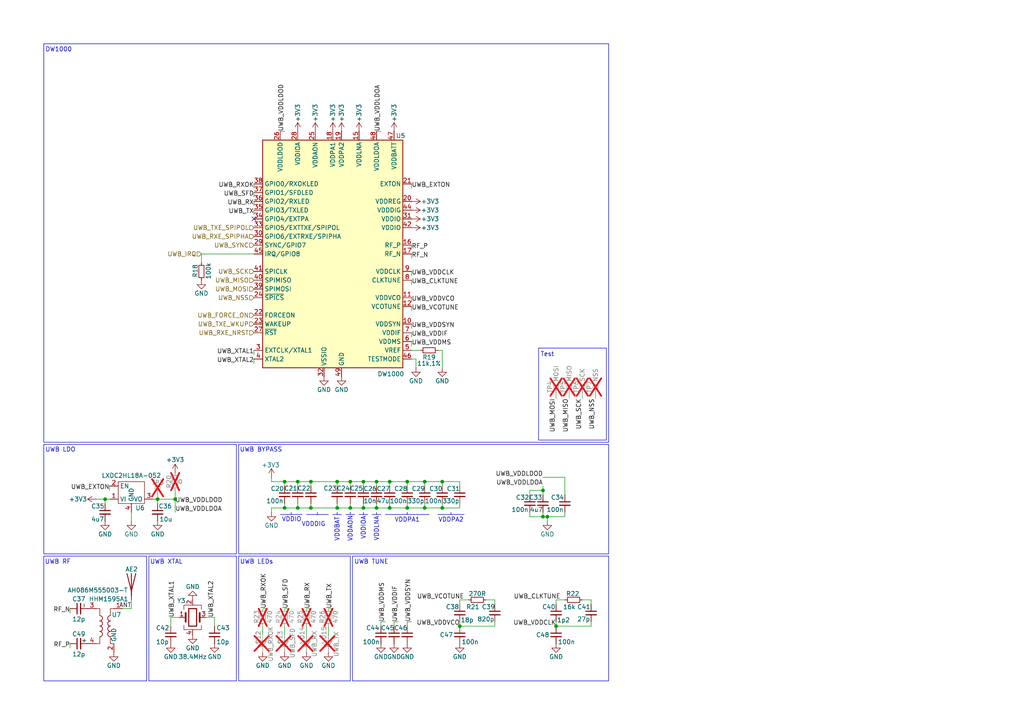
<source format=kicad_sch>
(kicad_sch (version 20231120) (generator "eeschema") (generator_version "8.0")
  (paper "A4")
  (lib_symbols
    (symbol "Connector:TestPoint" (pin_numbers hide) (pin_names (offset 0.762) hide)
      (property "Reference" "TP" (at 0 6.858 0))
      (property "Value" "TestPoint" (at 0 5.08 0))
      (symbol "TestPoint_0_1"
        (circle (center 0 3.302) (radius 0.762))
      )
      (symbol "TestPoint_1_1"
        (pin passive line (at 0 0 90) (length 2.54) (name "1") (number "1"))
      )
    )
    (symbol "Device:Antenna" (pin_numbers hide) (pin_names (offset 1.016) hide)
      (property "Reference" "AE" (at -1.905 1.905 0))
      (property "Value" "Antenna" (at -1.905 0 0))
      (symbol "Antenna_0_1"
        (polyline (pts (xy 0 2.54) (xy 0 -3.81)) (stroke (width 0.254)))
        (polyline (pts (xy 1.27 2.54) (xy 0 -2.54) (xy -1.27 2.54)) (stroke (width 0.254)))
      )
      (symbol "Antenna_1_1"
        (pin input line (at 0 -5.08 90) (length 2.54) (name "A") (number "1"))
      )
    )
    (symbol "Device:C_Small" (pin_numbers hide) (pin_names (offset 0.254) hide)
      (property "Reference" "C" (at 0.254 1.778 0))
      (property "Value" "C_Small" (at 0.254 -2.032 0))
      (symbol "C_Small_0_1"
        (polyline (pts (xy -1.524 -0.508) (xy 1.524 -0.508)) (stroke (width 0.3302)))
        (polyline (pts (xy -1.524 0.508) (xy 1.524 0.508)) (stroke (width 0.3048)))
      )
      (symbol "C_Small_1_1"
        (pin passive line (at 0 2.54 270) (length 2.032) (name "~") (number "1"))
        (pin passive line (at 0 -2.54 90) (length 2.032) (name "~") (number "2"))
      )
    )
    (symbol "Device:Crystal_GND24" (pin_names (offset 1.016) hide)
      (property "Reference" "Y" (at 3.175 5.08 0))
      (property "Value" "Crystal_GND24" (at 3.175 3.175 0))
      (symbol "Crystal_GND24_0_1"
        (rectangle (start -1.143 2.54) (end 1.143 -2.54) (stroke (width 0.3048)))
        (polyline (pts (xy -2.54 0) (xy -2.032 0)))
        (polyline (pts (xy -2.032 -1.27) (xy -2.032 1.27)) (stroke (width 0.508)))
        (polyline (pts (xy 0 -3.81) (xy 0 -3.556)))
        (polyline (pts (xy 0 3.556) (xy 0 3.81)))
        (polyline (pts (xy 2.032 -1.27) (xy 2.032 1.27)) (stroke (width 0.508)))
        (polyline (pts (xy 2.032 0) (xy 2.54 0)))
        (polyline (pts (xy -2.54 -2.286) (xy -2.54 -3.556) (xy 2.54 -3.556) (xy 2.54 -2.286)))
        (polyline (pts (xy -2.54 2.286) (xy -2.54 3.556) (xy 2.54 3.556) (xy 2.54 2.286)))
      )
      (symbol "Crystal_GND24_1_1"
        (pin passive line (at -3.81 0 0) (length 1.27) (name "1") (number "1"))
        (pin passive line (at 0 5.08 270) (length 1.27) (name "2") (number "2"))
        (pin passive line (at 3.81 0 180) (length 1.27) (name "3") (number "3"))
        (pin passive line (at 0 -5.08 90) (length 1.27) (name "4") (number "4"))
      )
    )
    (symbol "Device:LED_Small" (pin_numbers hide) (pin_names (offset 0.254) hide)
      (property "Reference" "D" (at -1.27 3.175 0))
      (property "Value" "LED_Small" (at -4.445 -2.54 0))
      (symbol "LED_Small_0_1"
        (polyline (pts (xy -0.762 -1.016) (xy -0.762 1.016)) (stroke (width 0.254)))
        (polyline (pts (xy 1.016 0) (xy -0.762 0)))
        (polyline (pts (xy 0.762 -1.016) (xy -0.762 0) (xy 0.762 1.016) (xy 0.762 -1.016)) (stroke (width 0.254)))
        (polyline (pts (xy 0 0.762) (xy -0.508 1.27) (xy -0.254 1.27) (xy -0.508 1.27) (xy -0.508 1.016)))
        (polyline (pts (xy 0.508 1.27) (xy 0 1.778) (xy 0.254 1.778) (xy 0 1.778) (xy 0 1.524)))
      )
      (symbol "LED_Small_1_1"
        (pin passive line (at -2.54 0 0) (length 1.778) (name "K") (number "1"))
        (pin passive line (at 2.54 0 180) (length 1.778) (name "A") (number "2"))
      )
    )
    (symbol "Device:R_Small" (pin_numbers hide) (pin_names (offset 0.254) hide)
      (property "Reference" "R" (at 0.762 0.508 0))
      (property "Value" "R_Small" (at 0.762 -1.016 0))
      (symbol "R_Small_0_1"
        (rectangle (start -0.762 1.778) (end 0.762 -1.778) (stroke (width 0.2032)))
      )
      (symbol "R_Small_1_1"
        (pin passive line (at 0 2.54 270) (length 0.762) (name "~") (number "1"))
        (pin passive line (at 0 -2.54 90) (length 0.762) (name "~") (number "2"))
      )
    )
    (symbol "Marijn:HHM1595A1"
      (property "Reference" "U" (at 3.048 3.556 0))
      (property "Value" "HHM1595A1" (at 0 7.62 0))
      (symbol "HHM1595A1_1_1"
        (arc (start -1.524 -3.048) (mid -0.7653 -2.286) (end -1.524 -1.524) (stroke (width 0.2032)))
        (arc (start -1.524 -1.524) (mid -0.7653 -0.762) (end -1.524 0) (stroke (width 0.2032)))
        (arc (start -1.524 0) (mid -0.7653 0.762) (end -1.524 1.524) (stroke (width 0.2032)))
        (arc (start -1.524 1.524) (mid -0.7653 2.286) (end -1.524 3.048) (stroke (width 0.2032)))
        (polyline (pts (xy -2.54 5.08) (xy -1.524 5.08) (xy -1.524 3.048)) (stroke (width 0.1524)))
        (polyline (pts (xy -1.524 -3.048) (xy -1.524 -5.08) (xy -2.54 -5.08)) (stroke (width 0.1524)))
        (polyline (pts (xy 1.524 3.048) (xy 1.524 5.08) (xy 2.54 5.08)) (stroke (width 0.1524)))
        (polyline (pts (xy 2.54 -5.08) (xy 1.524 -5.08) (xy 1.524 -3.048)) (stroke (width 0.1524)))
        (arc (start 1.524 -1.524) (mid 0.7653 -2.286) (end 1.524 -3.048) (stroke (width 0.2032)))
        (arc (start 1.524 0) (mid 0.7653 -0.762) (end 1.524 -1.524) (stroke (width 0.2032)))
        (arc (start 1.524 1.524) (mid 0.7653 0.762) (end 1.524 0) (stroke (width 0.2032)))
        (arc (start 1.524 3.048) (mid 0.7653 2.286) (end 1.524 1.524) (stroke (width 0.2032)))
        (pin passive line (at 5.08 5.08 180) (length 2.54) (name "~") (number "1"))
        (pin power_in line (at 2.54 -7.62 90) (length 2.54) (name "GND") (number "2"))
        (pin passive line (at -5.08 5.08 0) (length 2.54) (name "~") (number "3"))
        (pin passive line (at -5.08 -5.08 0) (length 2.54) (name "~") (number "4"))
        (pin power_in line (at 2.54 -7.62 90) (length 2.54) hide (name "GND") (number "5"))
        (pin no_connect line (at 3.81 0 180) (length 2.54) hide (name "NC") (number "6"))
      )
    )
    (symbol "Marijn:LXDC2HL18A-052"
      (property "Reference" "U" (at 2.794 4.064 0))
      (property "Value" "LXDC2HL18A-052" (at 0 0 0))
      (symbol "LXDC2HL18A-052_0_1"
        (rectangle (start -3.81 2.54) (end 3.81 -3.81))
      )
      (symbol "LXDC2HL18A-052_1_1"
        (pin power_in line (at -6.35 -2.54 0) (length 2.54) (name "VI") (number "1"))
        (pin input line (at -6.35 1.27 0) (length 2.54) (name "EN") (number "2"))
        (pin power_out line (at 6.35 -2.54 180) (length 2.54) (name "VO") (number "3"))
        (pin power_in line (at 0 -6.35 90) (length 2.54) (name "GND") (number "4"))
      )
    )
    (symbol "RF:DW1000"
      (property "Reference" "U" (at -20.32 34.29 0))
      (property "Value" "DW1000" (at 16.51 -34.29 0))
      (symbol "DW1000_0_1"
        (rectangle (start -20.32 33.02) (end 20.32 -33.02) (stroke (width 0.254)) (fill (type background)))
      )
      (symbol "DW1000_1_1"
        (pin no_connect line (at 0 -7.62 0) (length 2.54) hide (name "NC") (number "1"))
        (pin power_out line (at 22.86 -20.32 180) (length 2.54) (name "VDDSYN") (number "10"))
        (pin power_out line (at 22.86 -12.7 180) (length 2.54) (name "VDDVCO") (number "11"))
        (pin bidirectional line (at 22.86 -15.24 180) (length 2.54) (name "VCOTUNE") (number "12"))
        (pin no_connect line (at 0 -12.7 0) (length 2.54) hide (name "NC") (number "13"))
        (pin no_connect line (at 0 -15.24 0) (length 2.54) hide (name "NC") (number "14"))
        (pin power_in line (at 7.62 35.56 270) (length 2.54) (name "VDDLNA") (number "15"))
        (pin bidirectional line (at 22.86 2.54 180) (length 2.54) (name "RF_P") (number "16"))
        (pin bidirectional line (at 22.86 0 180) (length 2.54) (name "RF_N") (number "17"))
        (pin power_in line (at 0 35.56 270) (length 2.54) (name "VDDPA1") (number "18"))
        (pin power_in line (at 2.54 35.56 270) (length 2.54) (name "VDDPA2") (number "19"))
        (pin no_connect line (at 0 -10.16 0) (length 2.54) hide (name "NC") (number "2"))
        (pin power_out line (at 22.86 15.24 180) (length 2.54) (name "VDDREG") (number "20"))
        (pin output line (at 22.86 20.32 180) (length 2.54) (name "EXTON") (number "21"))
        (pin input line (at -22.86 -17.78 0) (length 2.54) (name "FORCEON") (number "22"))
        (pin input line (at -22.86 -20.32 0) (length 2.54) (name "WAKEUP") (number "23"))
        (pin input line (at -22.86 -12.7 0) (length 2.54) (name "~{SPICS}") (number "24"))
        (pin power_in line (at -5.08 35.56 270) (length 2.54) (name "VDDAON") (number "25"))
        (pin power_in line (at -15.24 35.56 270) (length 2.54) (name "VDDLDOD") (number "26"))
        (pin bidirectional line (at -22.86 -22.86 0) (length 2.54) (name "~{RST}") (number "27"))
        (pin power_in line (at -10.16 35.56 270) (length 2.54) (name "VDDIOA") (number "28"))
        (pin bidirectional line (at -22.86 2.54 0) (length 2.54) (name "SYNC/GPIO7") (number "29"))
        (pin input line (at -22.86 -27.94 0) (length 2.54) (name "EXTCLK/XTAL1") (number "3"))
        (pin bidirectional line (at -22.86 5.08 0) (length 2.54) (name "GPIO6/EXTRXE/SPIPHA") (number "30"))
        (pin power_out line (at 22.86 10.16 180) (length 2.54) (name "VDDIO") (number "31"))
        (pin power_in line (at -2.54 -35.56 90) (length 2.54) (name "VSSIO") (number "32"))
        (pin bidirectional line (at -22.86 7.62 0) (length 2.54) (name "GPIO5/EXTTXE/SPIPOL") (number "33"))
        (pin bidirectional line (at -22.86 10.16 0) (length 2.54) (name "GPIO4/EXTPA") (number "34"))
        (pin bidirectional line (at -22.86 12.7 0) (length 2.54) (name "GPIO3/TXLED") (number "35"))
        (pin bidirectional line (at -22.86 15.24 0) (length 2.54) (name "GPIO2/RXLED") (number "36"))
        (pin bidirectional line (at -22.86 17.78 0) (length 2.54) (name "GPIO1/SFDLED") (number "37"))
        (pin bidirectional line (at -22.86 20.32 0) (length 2.54) (name "GPIO0/RXOKLED") (number "38"))
        (pin input line (at -22.86 -10.16 0) (length 2.54) (name "SPIMOSI") (number "39"))
        (pin input line (at -22.86 -30.48 0) (length 2.54) (name "XTAL2") (number "4"))
        (pin output line (at -22.86 -7.62 0) (length 2.54) (name "SPIMISO") (number "40"))
        (pin input line (at -22.86 -5.08 0) (length 2.54) (name "SPICLK") (number "41"))
        (pin power_out line (at 22.86 7.62 180) (length 2.54) (name "VDDIO") (number "42"))
        (pin passive line (at -2.54 -35.56 90) (length 2.54) hide (name "VSSIO") (number "43"))
        (pin power_out line (at 22.86 12.7 180) (length 2.54) (name "VDDDIG") (number "44"))
        (pin bidirectional line (at -22.86 0 0) (length 2.54) (name "IRQ/GPIO8") (number "45"))
        (pin input line (at 22.86 -30.48 180) (length 2.54) (name "TESTMODE") (number "46"))
        (pin power_in line (at 17.78 35.56 270) (length 2.54) (name "VDDBATT") (number "47"))
        (pin power_in line (at 12.7 35.56 270) (length 2.54) (name "VDDLDOA") (number "48"))
        (pin power_in line (at 2.54 -35.56 90) (length 2.54) (name "GND") (number "49"))
        (pin bidirectional line (at 22.86 -27.94 180) (length 2.54) (name "VREF") (number "5"))
        (pin power_out line (at 22.86 -25.4 180) (length 2.54) (name "VDDMS") (number "6"))
        (pin power_out line (at 22.86 -22.86 180) (length 2.54) (name "VDDIF") (number "7"))
        (pin bidirectional line (at 22.86 -7.62 180) (length 2.54) (name "CLKTUNE") (number "8"))
        (pin power_out line (at 22.86 -5.08 180) (length 2.54) (name "VDDCLK") (number "9"))
      )
    )
    (symbol "power:+3V3" (power) (pin_numbers hide) (pin_names (offset 0) hide)
      (property "Value" "+3V3" (at 0 3.556 0))
      (symbol "+3V3_0_1"
        (polyline (pts (xy -0.762 1.27) (xy 0 2.54)))
        (polyline (pts (xy 0 0) (xy 0 2.54)))
        (polyline (pts (xy 0 2.54) (xy 0.762 1.27)))
      )
      (symbol "+3V3_1_1"
        (pin power_in line (at 0 0 90) (length 0) (name "~") (number "1"))
      )
    )
    (symbol "power:GND" (power) (pin_numbers hide) (pin_names (offset 0) hide)
      (property "Value" "GND" (at 0 -3.81 0))
      (symbol "GND_0_1"
        (polyline (pts (xy 0 0) (xy 0 -1.27) (xy 1.27 -1.27) (xy 0 -2.54) (xy -1.27 -1.27) (xy 0 -1.27)))
      )
      (symbol "GND_1_1"
        (pin power_in line (at 0 0 270) (length 0) (name "~") (number "1"))
      )
    )
  )
  (junction (at 101.6 139.7))
  (junction (at 97.79 147.32))
  (junction (at 123.19 139.7))
  (junction (at 50.8 144.78))
  (junction (at 97.79 139.7))
  (junction (at 82.55 147.32))
  (junction (at 105.41 147.32))
  (junction (at 105.41 139.7))
  (junction (at 113.03 139.7))
  (junction (at 101.6 147.32))
  (junction (at 118.11 147.32))
  (junction (at 45.72 144.78))
  (junction (at 30.48 144.78))
  (junction (at 158.75 149.86))
  (junction (at 133.35 181.61))
  (junction (at 90.17 139.7))
  (junction (at 113.03 147.32))
  (junction (at 90.17 147.32))
  (junction (at 86.36 139.7))
  (junction (at 86.36 147.32))
  (junction (at 128.27 139.7))
  (junction (at 109.22 139.7))
  (junction (at 128.27 147.32))
  (junction (at 109.22 147.32))
  (junction (at 157.48 142.24))
  (junction (at 161.29 181.61))
  (junction (at 157.48 149.86))
  (junction (at 123.19 147.32))
  (junction (at 118.11 139.7))
  (junction (at 82.55 139.7))
  (no_connect (at 73.66 63.5))
  (wire (pts (xy 30.48 146.05) (xy 30.48 144.78)))
  (wire (pts (xy 115.57 180.34) (xy 114.3 180.34)))
  (wire (pts (xy 123.19 147.32) (xy 128.27 147.32)))
  (polyline (pts (xy 84.455 148.59) (xy 84.455 149.225)))
  (polyline (pts (xy 100.33 149.225) (xy 102.87 149.225)))
  (wire (pts (xy 90.17 140.97) (xy 90.17 139.7)))
  (wire (pts (xy 168.91 173.99) (xy 171.45 173.99)))
  (wire (pts (xy 157.48 142.24) (xy 153.67 142.24)))
  (polyline (pts (xy 118.11 148.59) (xy 118.11 149.225)))
  (wire (pts (xy 158.75 149.86) (xy 163.83 149.86)))
  (wire (pts (xy 31.75 140.97) (xy 31.75 142.24)))
  (wire (pts (xy 161.29 180.34) (xy 161.29 181.61)))
  (wire (pts (xy 90.17 147.32) (xy 90.17 146.05)))
  (wire (pts (xy 58.42 73.66) (xy 58.42 76.2)))
  (polyline (pts (xy 101.6 148.59) (xy 101.6 149.225)))
  (polyline (pts (xy 105.41 148.59) (xy 105.41 149.225)))
  (wire (pts (xy 143.51 173.99) (xy 143.51 175.26)))
  (wire (pts (xy 49.53 179.07) (xy 49.53 181.61)))
  (wire (pts (xy 50.8 144.78) (xy 50.8 148.59)))
  (wire (pts (xy 97.79 139.7) (xy 97.79 140.97)))
  (wire (pts (xy 128.27 147.32) (xy 133.35 147.32)))
  (wire (pts (xy 38.1 151.13) (xy 38.1 148.59)))
  (wire (pts (xy 50.8 142.24) (xy 50.8 144.78)))
  (wire (pts (xy 119.38 95.25) (xy 119.38 93.98)))
  (wire (pts (xy 110.49 38.1) (xy 109.22 38.1)))
  (wire (pts (xy 118.11 180.34) (xy 118.11 181.61)))
  (wire (pts (xy 101.6 139.7) (xy 101.6 140.97)))
  (wire (pts (xy 90.17 176.53) (xy 88.9 176.53)))
  (wire (pts (xy 27.94 144.78) (xy 30.48 144.78)))
  (wire (pts (xy 163.83 138.43) (xy 163.83 143.51)))
  (wire (pts (xy 101.6 147.32) (xy 101.6 146.05)))
  (wire (pts (xy 59.69 179.07) (xy 62.23 179.07)))
  (wire (pts (xy 140.97 173.99) (xy 143.51 173.99)))
  (wire (pts (xy 119.38 72.39) (xy 119.38 71.12)))
  (wire (pts (xy 97.79 146.05) (xy 97.79 147.32)))
  (wire (pts (xy 119.38 100.33) (xy 119.38 99.06)))
  (wire (pts (xy 128.27 139.7) (xy 128.27 140.97)))
  (wire (pts (xy 86.36 147.32) (xy 90.17 147.32)))
  (polyline (pts (xy 130.81 148.59) (xy 130.81 149.225)))
  (wire (pts (xy 133.35 147.32) (xy 133.35 146.05)))
  (wire (pts (xy 118.11 147.32) (xy 118.11 146.05)))
  (wire (pts (xy 86.36 140.97) (xy 86.36 139.7)))
  (wire (pts (xy 73.66 105.41) (xy 73.66 104.14)))
  (wire (pts (xy 73.66 54.61) (xy 73.66 53.34)))
  (wire (pts (xy 109.22 140.97) (xy 109.22 139.7)))
  (wire (pts (xy 105.41 147.32) (xy 109.22 147.32)))
  (polyline (pts (xy 104.14 149.225) (xy 106.68 149.225)))
  (wire (pts (xy 113.03 139.7) (xy 113.03 140.97)))
  (wire (pts (xy 86.36 139.7) (xy 82.55 139.7)))
  (wire (pts (xy 73.66 73.66) (xy 58.42 73.66)))
  (wire (pts (xy 113.03 146.05) (xy 113.03 147.32)))
  (wire (pts (xy 123.19 147.32) (xy 123.19 146.05)))
  (wire (pts (xy 113.03 147.32) (xy 118.11 147.32)))
  (wire (pts (xy 153.67 148.59) (xy 153.67 149.86)))
  (wire (pts (xy 128.27 147.32) (xy 128.27 146.05)))
  (wire (pts (xy 86.36 146.05) (xy 86.36 147.32)))
  (polyline (pts (xy 96.52 149.225) (xy 99.06 149.225)))
  (wire (pts (xy 113.03 147.32) (xy 109.22 147.32)))
  (wire (pts (xy 113.03 139.7) (xy 109.22 139.7)))
  (wire (pts (xy 78.74 147.32) (xy 78.74 148.59)))
  (wire (pts (xy 161.29 173.99) (xy 161.29 175.26)))
  (polyline (pts (xy 127 149.225) (xy 134.62 149.225)))
  (wire (pts (xy 105.41 139.7) (xy 109.22 139.7)))
  (wire (pts (xy 90.17 139.7) (xy 97.79 139.7)))
  (wire (pts (xy 143.51 180.34) (xy 143.51 181.61)))
  (wire (pts (xy 82.55 38.1) (xy 81.28 38.1)))
  (wire (pts (xy 133.35 181.61) (xy 143.51 181.61)))
  (wire (pts (xy 86.36 147.32) (xy 82.55 147.32)))
  (wire (pts (xy 82.55 181.61) (xy 82.55 184.15)))
  (wire (pts (xy 133.35 173.99) (xy 133.35 175.26)))
  (wire (pts (xy 123.19 139.7) (xy 118.11 139.7)))
  (wire (pts (xy 133.35 180.34) (xy 133.35 181.61)))
  (wire (pts (xy 123.19 139.7) (xy 128.27 139.7)))
  (polyline (pts (xy 107.95 149.225) (xy 110.49 149.225)))
  (wire (pts (xy 20.32 177.8) (xy 20.32 176.53)))
  (wire (pts (xy 118.11 139.7) (xy 118.11 140.97)))
  (wire (pts (xy 171.45 180.34) (xy 171.45 181.61)))
  (wire (pts (xy 95.25 181.61) (xy 95.25 184.15)))
  (wire (pts (xy 73.66 57.15) (xy 73.66 55.88)))
  (wire (pts (xy 30.48 144.78) (xy 31.75 144.78)))
  (polyline (pts (xy 111.76 149.225) (xy 124.46 149.225)))
  (wire (pts (xy 101.6 147.32) (xy 105.41 147.32)))
  (wire (pts (xy 77.47 176.53) (xy 76.2 176.53)))
  (wire (pts (xy 119.38 101.6) (xy 121.92 101.6)))
  (wire (pts (xy 96.52 176.53) (xy 95.25 176.53)))
  (wire (pts (xy 97.79 139.7) (xy 101.6 139.7)))
  (wire (pts (xy 45.72 144.78) (xy 50.8 144.78)))
  (wire (pts (xy 73.66 102.87) (xy 73.66 101.6)))
  (wire (pts (xy 62.23 179.07) (xy 62.23 181.61)))
  (polyline (pts (xy 97.79 148.59) (xy 97.79 149.225)))
  (wire (pts (xy 78.74 147.32) (xy 82.55 147.32)))
  (wire (pts (xy 153.67 142.24) (xy 153.67 143.51)))
  (wire (pts (xy 45.72 144.78) (xy 44.45 144.78)))
  (wire (pts (xy 163.83 149.86) (xy 163.83 148.59)))
  (wire (pts (xy 158.75 151.13) (xy 158.75 149.86)))
  (wire (pts (xy 119.38 80.01) (xy 119.38 78.74)))
  (wire (pts (xy 111.76 180.34) (xy 110.49 180.34)))
  (wire (pts (xy 119.38 74.93) (xy 119.38 73.66)))
  (wire (pts (xy 118.11 139.7) (xy 113.03 139.7)))
  (wire (pts (xy 118.11 147.32) (xy 123.19 147.32)))
  (wire (pts (xy 109.22 147.32) (xy 109.22 146.05)))
  (wire (pts (xy 78.74 139.7) (xy 82.55 139.7)))
  (wire (pts (xy 105.41 139.7) (xy 101.6 139.7)))
  (polyline (pts (xy 92.075 148.59) (xy 92.075 149.225)))
  (wire (pts (xy 82.55 139.7) (xy 82.55 140.97)))
  (polyline (pts (xy 81.28 149.225) (xy 87.63 149.225)))
  (wire (pts (xy 35.56 176.53) (xy 38.1 176.53)))
  (wire (pts (xy 119.38 87.63) (xy 119.38 86.36)))
  (wire (pts (xy 157.48 149.86) (xy 157.48 148.59)))
  (wire (pts (xy 161.29 173.99) (xy 163.83 173.99)))
  (wire (pts (xy 38.1 176.53) (xy 38.1 173.99)))
  (wire (pts (xy 127 101.6) (xy 128.27 101.6)))
  (wire (pts (xy 90.17 147.32) (xy 97.79 147.32)))
  (wire (pts (xy 157.48 138.43) (xy 163.83 138.43)))
  (wire (pts (xy 88.9 181.61) (xy 88.9 184.15)))
  (wire (pts (xy 157.48 149.86) (xy 158.75 149.86)))
  (wire (pts (xy 119.38 54.61) (xy 119.38 53.34)))
  (wire (pts (xy 97.79 147.32) (xy 101.6 147.32)))
  (wire (pts (xy 105.41 146.05) (xy 105.41 147.32)))
  (wire (pts (xy 83.82 176.53) (xy 82.55 176.53)))
  (wire (pts (xy 119.38 82.55) (xy 119.38 81.28)))
  (wire (pts (xy 110.49 180.34) (xy 110.49 181.61)))
  (wire (pts (xy 119.38 97.79) (xy 119.38 96.52)))
  (wire (pts (xy 105.41 140.97) (xy 105.41 139.7)))
  (wire (pts (xy 133.35 173.99) (xy 135.89 173.99)))
  (wire (pts (xy 119.38 104.14) (xy 120.65 104.14)))
  (wire (pts (xy 120.65 104.14) (xy 120.65 106.68)))
  (wire (pts (xy 123.19 139.7) (xy 123.19 140.97)))
  (wire (pts (xy 128.27 139.7) (xy 133.35 139.7)))
  (wire (pts (xy 119.38 90.17) (xy 119.38 88.9)))
  (wire (pts (xy 128.27 101.6) (xy 128.27 106.68)))
  (wire (pts (xy 153.67 149.86) (xy 157.48 149.86)))
  (wire (pts (xy 133.35 139.7) (xy 133.35 140.97)))
  (wire (pts (xy 90.17 139.7) (xy 86.36 139.7)))
  (polyline (pts (xy 88.9 149.225) (xy 95.25 149.225)))
  (wire (pts (xy 73.66 62.23) (xy 73.66 60.96)))
  (wire (pts (xy 20.32 187.96) (xy 20.32 186.69)))
  (wire (pts (xy 78.74 138.43) (xy 78.74 139.7)))
  (wire (pts (xy 49.53 179.07) (xy 52.07 179.07)))
  (wire (pts (xy 114.3 180.34) (xy 114.3 181.61)))
  (wire (pts (xy 82.55 146.05) (xy 82.55 147.32)))
  (wire (pts (xy 73.66 59.69) (xy 73.66 58.42)))
  (wire (pts (xy 171.45 173.99) (xy 171.45 175.26)))
  (wire (pts (xy 45.72 146.05) (xy 45.72 144.78)))
  (wire (pts (xy 157.48 140.97) (xy 157.48 142.24)))
  (wire (pts (xy 157.48 142.24) (xy 157.48 143.51)))
  (wire (pts (xy 119.38 180.34) (xy 118.11 180.34)))
  (polyline (pts (xy 109.22 148.59) (xy 109.22 149.225)))
  (wire (pts (xy 76.2 181.61) (xy 76.2 184.15)))
  (wire (pts (xy 161.29 181.61) (xy 171.45 181.61)))
  (rectangle (start 12.7 161.29) (end 42.545 197.485))
  (rectangle (start 102.235 161.29) (end 176.53 197.485))
  (rectangle (start 43.18 161.29) (end 68.58 197.485))
  (rectangle (start 69.215 161.29) (end 101.6 197.485))
  (rectangle (start 12.7 128.905) (end 68.58 160.655))
  (rectangle (start 69.215 128.905) (end 176.53 160.655))
  (rectangle (start 12.7 12.7) (end 176.53 128.27))
  (rectangle (start 156.21 100.965) (end 175.895 127.635))
  (text "VDDIO" (at 84.582 150.749 0) (effects (font (size 1.27 1.27))))
  (text "VDDBAT" (at 97.79 153.543 90) (effects (font (size 1.27 1.27))))
  (text "VDDDIG" (at 90.932 152.146 0) (effects (font (size 1.27 1.27))))
  (text "DW1000" (at 17.018 14.478 0) (effects (font (size 1.27 1.27))))
  (text "VDDLNA" (at 109.22 153.416 90) (effects (font (size 1.27 1.27))))
  (text "UWB RF" (at 16.764 163.068 0) (effects (font (size 1.27 1.27))))
  (text "UWB TUNE" (at 107.696 163.068 0) (effects (font (size 1.27 1.27))))
  (text "UWB XTAL" (at 48.26 163.068 0) (effects (font (size 1.27 1.27))))
  (text "UWB LDO" (at 17.526 130.556 0) (effects (font (size 1.27 1.27))))
  (text "UWB BYPASS" (at 75.692 130.556 0) (effects (font (size 1.27 1.27))))
  (text "VDDAON" (at 101.6 153.416 90) (effects (font (size 1.27 1.27))))
  (text "VDDIOA" (at 105.41 153.162 90) (effects (font (size 1.27 1.27))))
  (text "Test" (at 158.75 102.87 0) (effects (font (size 1.27 1.27))))
  (text "VDDPA2\n" (at 130.81 150.876 0) (effects (font (size 1.27 1.27))))
  (text "VDDPA1" (at 118.11 150.876 0) (effects (font (size 1.27 1.27))))
  (text "UWB LEDs" (at 74.422 163.068 0) (effects (font (size 1.27 1.27))))
  (label "UWB_VDDMS" (at 119.38 100.33 0))
  (label "UWB_RXOK" (at 77.47 176.53 90))
  (label "UWB_VDDLDOD" (at 50.8 146.05 0))
  (label "UWB_CLKTUNE" (at 162.56 173.99 180))
  (label "UWB_CLKTUNE" (at 119.38 82.55 0))
  (label "UWB_VDDLDOA" (at 50.8 148.59 0))
  (label "UWB_VDDCLK" (at 161.29 181.61 180))
  (label "-" (at 25.4 176.53 90))
  (label "ANT" (at 38.1 176.53 180))
  (label "UWB_TX" (at 73.66 62.23 180))
  (label "UWB_VDDLDOD" (at 82.55 38.1 90))
  (label "UWB_RX" (at 73.66 59.69 180))
  (label "UWB_VDDMS" (at 111.76 180.34 90))
  (label "UWB_VDDIF" (at 115.57 180.34 90))
  (label "UWB_EXTON" (at 119.38 54.61 0))
  (label "UWB_RXOK" (at 73.66 54.61 180))
  (label "UWB_VDDVCO" (at 133.35 181.61 180))
  (label "UWB_SFD" (at 73.66 57.15 180))
  (label "RF_P" (at 20.32 187.96 180))
  (label "UWB_VDDLDOA" (at 110.49 38.1 90))
  (label "UWB_MOSI" (at 161.29 115.57 270))
  (label "UWB_EXTON" (at 31.75 142.24 180))
  (label "UWB_VCOTUNE" (at 119.38 90.17 0))
  (label "UWB_VCOTUNE" (at 134.62 173.99 180))
  (label "UWB_VDDLDOD" (at 157.48 138.43 180))
  (label "UWB_VDDCLK" (at 119.38 80.01 0))
  (label "RF_N" (at 119.38 74.93 0))
  (label "UWB_VDDVCO" (at 119.38 87.63 0))
  (label "UWB_NSS" (at 172.72 115.57 270))
  (label "+" (at 25.4 186.69 90))
  (label "UWB_XTAL1" (at 50.8 179.07 90))
  (label "UWB_SFD" (at 83.82 176.53 90))
  (label "RF_P" (at 119.38 72.39 0))
  (label "UWB_VDDIF" (at 119.38 97.79 0))
  (label "UWB_XTAL2" (at 73.66 105.41 180))
  (label "UWB_XTAL1" (at 73.66 102.87 180))
  (label "UWB_MISO" (at 165.1 115.57 270))
  (label "UWB_RX" (at 90.17 176.53 90))
  (label "UWB_SCK" (at 168.91 115.57 270))
  (label "UWB_VDDSYN" (at 119.38 95.25 0))
  (label "UWB_VDDSYN" (at 119.38 180.34 90))
  (label "UWB_TX" (at 96.52 176.53 90))
  (label "UWB_XTAL2" (at 62.23 179.07 90))
  (label "RF_N" (at 20.32 177.8 180))
  (label "UWB_VDDLDOA" (at 157.48 140.97 180))
  (hierarchical_label "UWB_MISO" (shape input) (at 73.66 81.28 180))
  (hierarchical_label "UWB_FORCE_ON" (shape input) (at 73.66 91.44 180))
  (hierarchical_label "UWB_TXE_WKUP" (shape input) (at 73.66 93.98 180))
  (hierarchical_label "UWB_NSS" (shape input) (at 73.66 86.36 180))
  (hierarchical_label "UWB_MOSI" (shape input) (at 73.66 83.82 180))
  (hierarchical_label "UWB_IRQ" (shape input) (at 58.42 73.66 180))
  (hierarchical_label "UWB_TXE_SPIPOL" (shape input) (at 73.66 66.04 180))
  (hierarchical_label "UWB_SYNC" (shape input) (at 73.66 71.12 180))
  (hierarchical_label "UWB_RXE_NRST" (shape input) (at 73.66 96.52 180))
  (hierarchical_label "UWB_RXE_SPIPHA" (shape input) (at 73.66 68.58 180))
  (hierarchical_label "UWB_SCK" (shape input) (at 73.66 78.74 180))
  (symbol (lib_id "Connector:TestPoint") (at 172.72 115.57 0) (unit 1) (dnp yes)
    (property "Reference" "TP7" (at 170.942 114.046 90) (effects (justify left)))
    (property "Value" "NSS" (at 172.72 110.744 90) (effects (justify left)))
    (property "Footprint" "TestPoint:TestPoint_Keystone_5000-5004_Miniature" (effects (hide yes)))
    (property "Description" "test point" (effects (hide yes)))
  )
  (symbol (lib_id "Device:C_Small") (at 110.49 184.15 0) (unit 1)
    (property "Reference" "C44" (at 106.172 182.118 0) (effects (justify left)))
    (property "Value" "100n" (at 105.156 186.182 0) (effects (justify left)))
    (property "Footprint" "Capacitor_SMD:C_0603_1608Metric" (effects (hide yes)))
    (property "Description" "Unpolarized capacitor, small symbol" (effects (hide yes)))
    (property "LCSC" "C1547" (effects (hide yes)))
    (property "mouser" "80-C0603C104M4RAUTO" (effects (hide yes)))
  )
  (symbol (lib_id "Device:C_Small") (at 49.53 184.15 0) (unit 1)
    (property "Reference" "C42" (at 45.212 182.118 0) (effects (justify left)))
    (property "Value" "10p" (at 45.212 186.182 0) (effects (justify left)))
    (property "Footprint" "Capacitor_SMD:C_0603_1608Metric" (effects (hide yes)))
    (property "Description" "Unpolarized capacitor, small symbol" (effects (hide yes)))
    (property "LCSC" "C1547" (effects (hide yes)))
    (property "mouser" " 80-C0603C100K5HACTU" (effects (hide yes)))
  )
  (symbol (lib_id "Device:C_Small") (at 143.51 177.8 0) (unit 1)
    (property "Reference" "C39" (at 139.7 176.022 0) (effects (justify left)))
    (property "Value" "820p" (at 138.43 179.578 0) (effects (justify left)))
    (property "Footprint" "Capacitor_SMD:C_0603_1608Metric" (effects (hide yes)))
    (property "Description" "Unpolarized capacitor, small symbol" (effects (hide yes)))
    (property "LCSC" "C1547" (effects (hide yes)))
    (property "mouser" "80-C0603C821K5RAC" (effects (hide yes)))
  )
  (symbol (lib_id "power:GND") (at 88.9 189.23 0) (unit 1)
    (property "Reference" "#PWR079" (effects (hide yes)))
    (property "Value" "GND" (at 88.9 193.04 0))
    (property "Description" "Power symbol creates a global label with name \"GND\" , ground" (effects (hide yes)))
  )
  (symbol (lib_id "power:+3V3") (at 114.3 38.1 0) (unit 1)
    (property "Reference" "#PWR049" (effects (hide yes)))
    (property "Value" "+3V3" (at 114.3 32.766 90))
    (property "Description" "Power symbol creates a global label with name \"+3V3\"" (effects (hide yes)))
  )
  (symbol (lib_id "Device:R_Small") (at 82.55 179.07 0) (unit 1) (dnp yes)
    (property "Reference" "R24" (at 80.772 180.848 90) (effects (justify left)))
    (property "Value" "470" (at 84.582 180.848 90) (effects (justify left)))
    (property "Footprint" "Resistor_SMD:R_0603_1608Metric" (effects (hide yes)))
    (property "Description" "Resistor, small symbol" (effects (hide yes)))
    (property "mouser" " 791-WR06X4700FTL" (effects (hide yes)))
  )
  (symbol (lib_id "Device:C_Small") (at 86.36 143.51 0) (unit 1)
    (property "Reference" "C21" (at 82.3861 141.6353 0) (effects (justify left)))
    (property "Value" "100n" (effects (hide yes)))
    (property "Footprint" "Capacitor_SMD:C_0603_1608Metric" (effects (hide yes)))
    (property "Description" "Unpolarized capacitor, small symbol" (effects (hide yes)))
    (property "LCSC" "C1547" (effects (hide yes)))
    (property "mouser" "80-C0603C104M4RAUTO" (effects (hide yes)))
  )
  (symbol (lib_id "power:+3V3") (at 99.06 38.1 0) (unit 1)
    (property "Reference" "#PWR047" (effects (hide yes)))
    (property "Value" "+3V3" (at 99.06 32.766 90))
    (property "Description" "Power symbol creates a global label with name \"+3V3\"" (effects (hide yes)))
  )
  (symbol (lib_id "power:GND") (at 93.98 109.22 0) (unit 1)
    (property "Reference" "#PWR057" (effects (hide yes)))
    (property "Value" "GND" (at 93.98 113.03 0))
    (property "Description" "Power symbol creates a global label with name \"GND\" , ground" (effects (hide yes)))
  )
  (symbol (lib_id "RF:DW1000") (at 96.52 73.66 0) (unit 1)
    (property "Reference" "U5" (at 114.808 39.37 0) (effects (justify left)))
    (property "Value" "DW1000" (at 109.474 108.458 0) (effects (justify left)))
    (property "Footprint" "Package_DFN_QFN:QFN-48-1EP_6x6mm_P0.4mm_EP4.2x4.2mm" (effects (hide yes)))
    (property "Datasheet" "https://www.decawave.com/wp-content/uploads/2020/04/DW1000_Datasheet.pdf" (effects (hide yes)))
    (property "Description" "Ultra Wideband transceiver, 6.8Mbps data rates, 3.5GHz to 6.5GHz, QFN-48" (effects (hide yes)))
    (property "mouser" " 772-DW1000-I-TR13" (effects (hide yes)))
  )
  (symbol (lib_id "power:+3V3") (at 91.44 38.1 0) (unit 1)
    (property "Reference" "#PWR045" (effects (hide yes)))
    (property "Value" "+3V3" (at 91.44 32.766 90))
    (property "Description" "Power symbol creates a global label with name \"+3V3\"" (effects (hide yes)))
  )
  (symbol (lib_id "Connector:TestPoint") (at 168.91 115.57 0) (unit 1) (dnp yes)
    (property "Reference" "TP6" (at 167.132 114.046 90) (effects (justify left)))
    (property "Value" "SCK" (at 168.91 110.744 90) (effects (justify left)))
    (property "Footprint" "TestPoint:TestPoint_Keystone_5000-5004_Miniature" (effects (hide yes)))
    (property "Description" "test point" (effects (hide yes)))
  )
  (symbol (lib_id "power:GND") (at 30.48 151.13 0) (unit 1)
    (property "Reference" "#PWR063" (effects (hide yes)))
    (property "Value" "GND" (at 30.48 154.94 0))
    (property "Description" "Power symbol creates a global label with name \"GND\" , ground" (effects (hide yes)))
  )
  (symbol (lib_id "Device:C_Small") (at 90.17 143.51 0) (unit 1)
    (property "Reference" "C22" (at 86.1961 141.6353 0) (effects (justify left)))
    (property "Value" "100n" (effects (hide yes)))
    (property "Footprint" "Capacitor_SMD:C_0603_1608Metric" (effects (hide yes)))
    (property "Description" "Unpolarized capacitor, small symbol" (effects (hide yes)))
    (property "LCSC" "C1547" (effects (hide yes)))
    (property "mouser" "80-C0603C104M4RAUTO" (effects (hide yes)))
  )
  (symbol (lib_id "power:GND") (at 45.72 151.13 0) (unit 1)
    (property "Reference" "#PWR065" (effects (hide yes)))
    (property "Value" "GND" (at 45.72 154.94 0))
    (property "Description" "Power symbol creates a global label with name \"GND\" , ground" (effects (hide yes)))
  )
  (symbol (lib_id "power:GND") (at 99.06 109.22 0) (unit 1)
    (property "Reference" "#PWR058" (effects (hide yes)))
    (property "Value" "GND" (at 99.06 113.03 0))
    (property "Description" "Power symbol creates a global label with name \"GND\" , ground" (effects (hide yes)))
  )
  (symbol (lib_id "Device:R_Small") (at 124.46 101.6 270) (unit 1)
    (property "Reference" "R19" (at 124.46 103.632 90))
    (property "Value" "11k,1%" (at 124.46 105.41 90))
    (property "Footprint" "Resistor_SMD:R_0603_1608Metric" (effects (hide yes)))
    (property "Description" "Resistor, small symbol" (effects (hide yes)))
    (property "mouser" " 603-RT0603DRD0711KL" (effects (hide yes)))
  )
  (symbol (lib_id "power:GND") (at 49.53 186.69 0) (mirror y) (unit 1)
    (property "Reference" "#PWR069" (effects (hide yes)))
    (property "Value" "GND" (at 49.53 190.5 0))
    (property "Description" "Power symbol creates a global label with name \"GND\" , ground" (effects (hide yes)))
  )
  (symbol (lib_id "power:+3V3") (at 119.38 66.04 270) (unit 1)
    (property "Reference" "#PWR053" (effects (hide yes)))
    (property "Value" "+3V3" (at 124.714 66.04 90))
    (property "Description" "Power symbol creates a global label with name \"+3V3\"" (effects (hide yes)))
  )
  (symbol (lib_id "Device:R_Small") (at 88.9 179.07 0) (unit 1) (dnp yes)
    (property "Reference" "R25" (at 87.122 180.848 90) (effects (justify left)))
    (property "Value" "470" (at 90.932 180.848 90) (effects (justify left)))
    (property "Footprint" "Resistor_SMD:R_0603_1608Metric" (effects (hide yes)))
    (property "Description" "Resistor, small symbol" (effects (hide yes)))
    (property "mouser" " 791-WR06X4700FTL" (effects (hide yes)))
  )
  (symbol (lib_id "Device:C_Small") (at 113.03 143.51 0) (unit 1)
    (property "Reference" "C27" (at 109.22 141.732 0) (effects (justify left)))
    (property "Value" "47u" (at 109.22 145.288 0) (effects (justify left)))
    (property "Footprint" "Capacitor_SMD:C_0603_1608Metric" (effects (hide yes)))
    (property "Description" "Unpolarized capacitor, small symbol" (effects (hide yes)))
    (property "LCSC" "C1547" (effects (hide yes)))
    (property "mouser" " 81-GRM188R60J476ME5D" (effects (hide yes)))
  )
  (symbol (lib_id "Device:C_Small") (at 22.86 186.69 90) (unit 1)
    (property "Reference" "C49" (at 22.86 183.896 90))
    (property "Value" "12p" (at 22.86 189.738 90))
    (property "Footprint" "Capacitor_SMD:C_0603_1608Metric" (effects (hide yes)))
    (property "Description" "Unpolarized capacitor, small symbol" (effects (hide yes)))
    (property "mouser" " 791-0603N120J500CT" (effects (hide yes)))
  )
  (symbol (lib_id "power:GND") (at 76.2 189.23 0) (unit 1)
    (property "Reference" "#PWR077" (effects (hide yes)))
    (property "Value" "GND" (at 76.2 193.04 0))
    (property "Description" "Power symbol creates a global label with name \"GND\" , ground" (effects (hide yes)))
  )
  (symbol (lib_id "power:+3V3") (at 27.94 144.78 90) (unit 1)
    (property "Reference" "#PWR061" (effects (hide yes)))
    (property "Value" "+3V3" (at 22.606 144.78 90))
    (property "Description" "Power symbol creates a global label with name \"+3V3\"" (effects (hide yes)))
  )
  (symbol (lib_id "Device:C_Small") (at 118.11 143.51 0) (unit 1)
    (property "Reference" "C28" (at 114.3 141.732 0) (effects (justify left)))
    (property "Value" "100n" (at 113.03 145.288 0) (effects (justify left)))
    (property "Footprint" "Capacitor_SMD:C_0603_1608Metric" (effects (hide yes)))
    (property "Description" "Unpolarized capacitor, small symbol" (effects (hide yes)))
    (property "LCSC" "C1547" (effects (hide yes)))
    (property "mouser" "80-C0603C104M4RAUTO" (effects (hide yes)))
  )
  (symbol (lib_id "power:GND") (at 95.25 189.23 0) (unit 1)
    (property "Reference" "#PWR080" (effects (hide yes)))
    (property "Value" "GND" (at 95.25 193.04 0))
    (property "Description" "Power symbol creates a global label with name \"GND\" , ground" (effects (hide yes)))
  )
  (symbol (lib_id "Device:Crystal_GND24") (at 55.88 179.07 0) (unit 1)
    (property "Reference" "Y3" (at 52.578 174.244 0))
    (property "Value" "38.4MHz" (at 55.88 190.5 0))
    (property "Footprint" "Crystal:Crystal_SMD_2520-4Pin_2.5x2.0mm" (effects (hide yes)))
    (property "Description" "Four pin crystal, GND on pins 2 and 4" (effects (hide yes)))
    (property "mouser" "815-ABM1016538.4MT3" (effects (hide yes)))
  )
  (symbol (lib_id "Device:R_Small") (at 76.2 179.07 0) (unit 1) (dnp yes)
    (property "Reference" "R23" (at 74.422 180.848 90) (effects (justify left)))
    (property "Value" "470" (at 78.232 180.848 90) (effects (justify left)))
    (property "Footprint" "Resistor_SMD:R_0603_1608Metric" (effects (hide yes)))
    (property "Description" "Resistor, small symbol" (effects (hide yes)))
    (property "mouser" " 791-WR06X4700FTL" (effects (hide yes)))
  )
  (symbol (lib_id "power:+3V3") (at 104.14 38.1 0) (unit 1)
    (property "Reference" "#PWR048" (effects (hide yes)))
    (property "Value" "+3V3" (at 104.14 32.766 90))
    (property "Description" "Power symbol creates a global label with name \"+3V3\"" (effects (hide yes)))
  )
  (symbol (lib_id "Device:C_Small") (at 105.41 143.51 0) (unit 1)
    (property "Reference" "C25" (at 101.4361 141.6353 0) (effects (justify left)))
    (property "Value" "100n" (effects (hide yes)))
    (property "Footprint" "Capacitor_SMD:C_0603_1608Metric" (effects (hide yes)))
    (property "Description" "Unpolarized capacitor, small symbol" (effects (hide yes)))
    (property "LCSC" "C1547" (effects (hide yes)))
    (property "mouser" "80-C0603C104M4RAUTO" (effects (hide yes)))
  )
  (symbol (lib_id "Connector:TestPoint") (at 161.29 115.57 0) (unit 1) (dnp yes)
    (property "Reference" "TP4" (at 159.512 114.046 90) (effects (justify left)))
    (property "Value" "MOSI" (at 161.29 110.744 90) (effects (justify left)))
    (property "Footprint" "TestPoint:TestPoint_Keystone_5000-5004_Miniature" (effects (hide yes)))
    (property "Description" "test point" (effects (hide yes)))
  )
  (symbol (lib_id "power:GND") (at 128.27 106.68 0) (unit 1)
    (property "Reference" "#PWR056" (effects (hide yes)))
    (property "Value" "GND" (at 128.27 110.49 0))
    (property "Description" "Power symbol creates a global label with name \"GND\" , ground" (effects (hide yes)))
  )
  (symbol (lib_id "power:+3V3") (at 119.38 58.42 270) (unit 1)
    (property "Reference" "#PWR050" (effects (hide yes)))
    (property "Value" "+3V3" (at 124.714 58.42 90))
    (property "Description" "Power symbol creates a global label with name \"+3V3\"" (effects (hide yes)))
  )
  (symbol (lib_id "Device:R_Small") (at 166.37 173.99 270) (unit 1)
    (property "Reference" "R22" (at 166.116 172.212 90))
    (property "Value" "16k" (at 165.1 176.022 90))
    (property "Footprint" "Resistor_SMD:R_0603_1608Metric" (effects (hide yes)))
    (property "Description" "Resistor, small symbol" (effects (hide yes)))
    (property "mouser" " 660-RK73B1JTTD163J" (effects (hide yes)))
  )
  (symbol (lib_id "Device:R_Small") (at 50.8 139.7 0) (unit 1) (dnp yes)
    (property "Reference" "R20" (at 49.022 139.7 90))
    (property "Value" "0" (at 52.324 139.7 0))
    (property "Footprint" "Resistor_SMD:R_0603_1608Metric" (effects (hide yes)))
    (property "Description" "Resistor, small symbol" (effects (hide yes)))
    (property "mouser" " 71-CRCW06030000Z0EI" (effects (hide yes)))
  )
  (symbol (lib_id "Device:C_Small") (at 109.22 143.51 0) (unit 1)
    (property "Reference" "C26" (at 105.41 141.732 0) (effects (justify left)))
    (property "Value" "10n" (at 105.41 145.288 0) (effects (justify left)))
    (property "Footprint" "Capacitor_SMD:C_0603_1608Metric" (effects (hide yes)))
    (property "Description" "Unpolarized capacitor, small symbol" (effects (hide yes)))
    (property "LCSC" "C1547" (effects (hide yes)))
    (property "mouser" " 791-0603B103J101CT" (effects (hide yes)))
  )
  (symbol (lib_id "power:GND") (at 55.88 173.99 180) (unit 1)
    (property "Reference" "#PWR067" (effects (hide yes)))
    (property "Value" "GND" (at 55.88 170.18 0))
    (property "Description" "Power symbol creates a global label with name \"GND\" , ground" (effects (hide yes)))
  )
  (symbol (lib_id "power:+3V3") (at 50.8 137.16 0) (unit 1)
    (property "Reference" "#PWR059" (effects (hide yes)))
    (property "Value" "+3V3" (at 50.8 133.35 0))
    (property "Description" "Power symbol creates a global label with name \"+3V3\"" (effects (hide yes)))
  )
  (symbol (lib_id "Marijn:HHM1595A1") (at 30.48 181.61 0) (unit 1)
    (property "Reference" "U7" (at 33.782 178.308 0))
    (property "Value" "HHM1595A1" (at 31.496 173.736 0))
    (property "Footprint" "Marijn_KiCad:HHM1595A1" (effects (hide yes)))
    (property "Datasheet" "https://product.tdk.com/system/files/dam/doc/product/rf/rf/balun/catalog/rf_balun_hhm1595a1_en.pdf" (effects (hide yes)))
    (property "Description" "Multilayer Balun, 3000–8000MHz" (effects (hide yes)))
    (property "mouser" " 810-HHM1595A1" (effects (hide yes)))
  )
  (symbol (lib_id "Device:C_Small") (at 133.35 177.8 0) (unit 1)
    (property "Reference" "C38" (at 129.286 176.022 0) (effects (justify left)))
    (property "Value" "18p" (at 133.604 179.832 0) (effects (justify left)))
    (property "Footprint" "Capacitor_SMD:C_0603_1608Metric" (effects (hide yes)))
    (property "Description" "Unpolarized capacitor, small symbol" (effects (hide yes)))
    (property "LCSC" "C1547" (effects (hide yes)))
    (property "mouser" " 791-0603N180J250CT" (effects (hide yes)))
  )
  (symbol (lib_id "power:+3V3") (at 86.36 38.1 0) (unit 1)
    (property "Reference" "#PWR044" (effects (hide yes)))
    (property "Value" "+3V3" (at 86.36 32.766 90))
    (property "Description" "Power symbol creates a global label with name \"+3V3\"" (effects (hide yes)))
  )
  (symbol (lib_id "Device:C_Small") (at 101.6 143.51 0) (unit 1)
    (property "Reference" "C24" (at 97.6261 141.6353 0) (effects (justify left)))
    (property "Value" "100n" (effects (hide yes)))
    (property "Footprint" "Capacitor_SMD:C_0603_1608Metric" (effects (hide yes)))
    (property "Description" "Unpolarized capacitor, small symbol" (effects (hide yes)))
    (property "LCSC" "C1547" (effects (hide yes)))
    (property "mouser" "80-C0603C104M4RAUTO" (effects (hide yes)))
  )
  (symbol (lib_id "power:GND") (at 120.65 106.68 0) (unit 1)
    (property "Reference" "#PWR055" (effects (hide yes)))
    (property "Value" "GND" (at 120.65 110.49 0))
    (property "Description" "Power symbol creates a global label with name \"GND\" , ground" (effects (hide yes)))
  )
  (symbol (lib_id "Device:C_Small") (at 123.19 143.51 0) (unit 1)
    (property "Reference" "C29" (at 119.38 141.732 0) (effects (justify left)))
    (property "Value" "330p" (at 118.11 145.288 0) (effects (justify left)))
    (property "Footprint" "Capacitor_SMD:C_0603_1608Metric" (effects (hide yes)))
    (property "Description" "Unpolarized capacitor, small symbol" (effects (hide yes)))
    (property "LCSC" "C1547" (effects (hide yes)))
    (property "mouser" " 791-0603B331K100CT" (effects (hide yes)))
  )
  (symbol (lib_id "Device:C_Small") (at 153.67 146.05 0) (unit 1)
    (property "Reference" "C32" (at 149.606 144.272 0) (effects (justify left)))
    (property "Value" "100n" (at 148.336 147.828 0) (effects (justify left)))
    (property "Footprint" "Capacitor_SMD:C_0603_1608Metric" (effects (hide yes)))
    (property "Description" "Unpolarized capacitor, small symbol" (effects (hide yes)))
    (property "LCSC" "C1547" (effects (hide yes)))
    (property "mouser" "80-C0603C104M4RAUTO" (effects (hide yes)))
  )
  (symbol (lib_id "Device:C_Small") (at 161.29 177.8 0) (unit 1)
    (property "Reference" "C40" (at 157.226 176.022 0) (effects (justify left)))
    (property "Value" "1p2" (at 161.544 179.832 0) (effects (justify left)))
    (property "Footprint" "Capacitor_SMD:C_0603_1608Metric" (effects (hide yes)))
    (property "Description" "Unpolarized capacitor, small symbol" (effects (hide yes)))
    (property "LCSC" "C1547" (effects (hide yes)))
    (property "mouser" " 80-C0603C129B4HACTU" (effects (hide yes)))
  )
  (symbol (lib_id "Device:LED_Small") (at 88.9 186.69 90) (unit 1) (dnp yes)
    (property "Reference" "D14" (at 87.63 181.61 0) (effects (justify right)))
    (property "Value" "UWB_RX" (at 91.186 182.88 0) (effects (justify right)))
    (property "Footprint" "LED_SMD:LED_0603_1608Metric" (effects (hide yes)))
    (property "Description" "BLUE" (effects (hide yes)))
    (property "mouser" " 710-150060BS75000" (effects (hide yes)))
  )
  (symbol (lib_id "Device:C_Small") (at 157.48 146.05 0) (unit 1)
    (property "Reference" "C33" (at 153.416 144.272 0) (effects (justify left)))
    (property "Value" "4u7" (at 153.67 147.828 0) (effects (justify left)))
    (property "Footprint" "Capacitor_SMD:C_0603_1608Metric" (effects (hide yes)))
    (property "Description" "Unpolarized capacitor, small symbol" (effects (hide yes)))
    (property "LCSC" "C1547" (effects (hide yes)))
    (property "mouser" " 963-JMK107BJ475MA-T" (effects (hide yes)))
  )
  (symbol (lib_id "power:GND") (at 118.11 186.69 0) (mirror y) (unit 1)
    (property "Reference" "#PWR073" (effects (hide yes)))
    (property "Value" "GND" (at 118.11 190.5 0))
    (property "Description" "Power symbol creates a global label with name \"GND\" , ground" (effects (hide yes)))
  )
  (symbol (lib_id "Device:R_Small") (at 58.42 78.74 0) (unit 1)
    (property "Reference" "R18" (at 56.642 80.518 90) (effects (justify left)))
    (property "Value" "100k" (at 60.452 81.026 90) (effects (justify left)))
    (property "Footprint" "Resistor_SMD:R_0603_1608Metric" (effects (hide yes)))
    (property "Description" "Resistor, small symbol" (effects (hide yes)))
    (property "mouser" " 603-RT0603FRE13100KL" (effects (hide yes)))
  )
  (symbol (lib_id "power:GND") (at 133.35 186.69 0) (mirror y) (unit 1)
    (property "Reference" "#PWR074" (effects (hide yes)))
    (property "Value" "GND" (at 133.35 190.5 0))
    (property "Description" "Power symbol creates a global label with name \"GND\" , ground" (effects (hide yes)))
  )
  (symbol (lib_id "Device:C_Small") (at 161.29 184.15 0) (unit 1)
    (property "Reference" "C48" (at 155.448 184.15 0) (effects (justify left)))
    (property "Value" "100n" (at 161.798 186.182 0) (effects (justify left)))
    (property "Footprint" "Capacitor_SMD:C_0603_1608Metric" (effects (hide yes)))
    (property "Description" "Unpolarized capacitor, small symbol" (effects (hide yes)))
    (property "LCSC" "C1547" (effects (hide yes)))
    (property "mouser" "80-C0603C104M4RAUTO" (effects (hide yes)))
  )
  (symbol (lib_id "Device:LED_Small") (at 95.25 186.69 90) (unit 1) (dnp yes)
    (property "Reference" "D15" (at 93.98 181.61 0) (effects (justify right)))
    (property "Value" "UWB_TX" (at 97.536 183.134 0) (effects (justify right)))
    (property "Footprint" "LED_SMD:LED_0603_1608Metric" (effects (hide yes)))
    (property "Description" "BLUE" (effects (hide yes)))
    (property "mouser" " 710-150060BS75000" (effects (hide yes)))
  )
  (symbol (lib_id "Device:C_Small") (at 97.79 143.51 0) (unit 1)
    (property "Reference" "C23" (at 93.8161 141.6353 0) (effects (justify left)))
    (property "Value" "100n" (effects (hide yes)))
    (property "Footprint" "Capacitor_SMD:C_0603_1608Metric" (effects (hide yes)))
    (property "Description" "Unpolarized capacitor, small symbol" (effects (hide yes)))
    (property "LCSC" "C1547" (effects (hide yes)))
    (property "mouser" "80-C0603C104M4RAUTO" (effects (hide yes)))
  )
  (symbol (lib_id "Device:R_Small") (at 95.25 179.07 0) (unit 1) (dnp yes)
    (property "Reference" "R26" (at 93.472 180.848 90) (effects (justify left)))
    (property "Value" "470" (at 97.282 180.848 90) (effects (justify left)))
    (property "Footprint" "Resistor_SMD:R_0603_1608Metric" (effects (hide yes)))
    (property "Description" "Resistor, small symbol" (effects (hide yes)))
    (property "mouser" " 791-WR06X4700FTL" (effects (hide yes)))
  )
  (symbol (lib_id "power:GND") (at 161.29 186.69 0) (mirror y) (unit 1)
    (property "Reference" "#PWR075" (effects (hide yes)))
    (property "Value" "GND" (at 161.29 190.5 0))
    (property "Description" "Power symbol creates a global label with name \"GND\" , ground" (effects (hide yes)))
  )
  (symbol (lib_id "Device:C_Small") (at 82.55 143.51 0) (unit 1)
    (property "Reference" "C20" (at 78.486 141.732 0) (effects (justify left)))
    (property "Value" "100n" (at 77.216 145.288 0) (effects (justify left)))
    (property "Footprint" "Capacitor_SMD:C_0603_1608Metric" (effects (hide yes)))
    (property "Description" "Unpolarized capacitor, small symbol" (effects (hide yes)))
    (property "LCSC" "C1547" (effects (hide yes)))
    (property "mouser" "80-C0603C104M4RAUTO" (effects (hide yes)))
  )
  (symbol (lib_id "Connector:TestPoint") (at 45.72 144.78 0) (unit 1) (dnp yes)
    (property "Reference" "TP3" (at 43.942 139.954 0) (effects (justify left)))
    (property "Value" "UWB_LDO" (effects (hide yes)))
    (property "Footprint" "TestPoint:TestPoint_Pad_D1.5mm" (effects (hide yes)))
    (property "Description" "test point" (effects (hide yes)))
  )
  (symbol (lib_id "power:GND") (at 62.23 186.69 0) (mirror y) (unit 1)
    (property "Reference" "#PWR070" (effects (hide yes)))
    (property "Value" "GND" (at 62.23 190.5 0))
    (property "Description" "Power symbol creates a global label with name \"GND\" , ground" (effects (hide yes)))
  )
  (symbol (lib_id "Device:R_Small") (at 138.43 173.99 270) (unit 1)
    (property "Reference" "R21" (at 137.16 176.022 90))
    (property "Value" "270R" (at 138.43 172.212 90))
    (property "Footprint" "Resistor_SMD:R_0603_1608Metric" (effects (hide yes)))
    (property "Description" "Resistor, small symbol" (effects (hide yes)))
    (property "mouser" " 755-ESR03EZPF2700" (effects (hide yes)))
  )
  (symbol (lib_id "power:GND") (at 55.88 184.15 0) (mirror y) (unit 1)
    (property "Reference" "#PWR068" (effects (hide yes)))
    (property "Value" "GND" (at 55.88 187.96 0))
    (property "Description" "Power symbol creates a global label with name \"GND\" , ground" (effects (hide yes)))
  )
  (symbol (lib_id "power:GND") (at 33.02 189.23 0) (unit 1)
    (property "Reference" "#PWR076" (effects (hide yes)))
    (property "Value" "GND" (at 33.02 193.04 0))
    (property "Description" "Power symbol creates a global label with name \"GND\" , ground" (effects (hide yes)))
  )
  (symbol (lib_id "Device:C_Small") (at 128.27 143.51 0) (unit 1)
    (property "Reference" "C30" (at 124.46 141.732 0) (effects (justify left)))
    (property "Value" "100n" (at 123.19 145.288 0) (effects (justify left)))
    (property "Footprint" "Capacitor_SMD:C_0603_1608Metric" (effects (hide yes)))
    (property "Description" "Unpolarized capacitor, small symbol" (effects (hide yes)))
    (property "LCSC" "C1547" (effects (hide yes)))
    (property "mouser" "80-C0603C104M4RAUTO" (effects (hide yes)))
  )
  (symbol (lib_id "Device:C_Small") (at 30.48 148.59 0) (unit 1)
    (property "Reference" "C35" (at 26.416 146.812 0) (effects (justify left)))
    (property "Value" "4u7" (at 26.416 150.622 0) (effects (justify left)))
    (property "Footprint" "Capacitor_SMD:C_0603_1608Metric" (effects (hide yes)))
    (property "Description" "Unpolarized capacitor, small symbol" (effects (hide yes)))
    (property "LCSC" "C1547" (effects (hide yes)))
    (property "mouser" " 963-JMK107BJ475MA-T" (effects (hide yes)))
  )
  (symbol (lib_id "Device:C_Small") (at 163.83 146.05 0) (unit 1)
    (property "Reference" "C34" (at 159.766 144.272 0) (effects (justify left)))
    (property "Value" "100n" (at 158.496 147.828 0) (effects (justify left)))
    (property "Footprint" "Capacitor_SMD:C_0603_1608Metric" (effects (hide yes)))
    (property "Description" "Unpolarized capacitor, small symbol" (effects (hide yes)))
    (property "LCSC" "C1547" (effects (hide yes)))
    (property "mouser" "80-C0603C104M4RAUTO" (effects (hide yes)))
  )
  (symbol (lib_id "power:GND") (at 114.3 186.69 0) (mirror y) (unit 1)
    (property "Reference" "#PWR072" (effects (hide yes)))
    (property "Value" "GND" (at 114.3 190.5 0))
    (property "Description" "Power symbol creates a global label with name \"GND\" , ground" (effects (hide yes)))
  )
  (symbol (lib_id "Device:C_Small") (at 45.72 148.59 0) (unit 1)
    (property "Reference" "C36" (at 45.974 146.812 0) (effects (justify left)))
    (property "Value" "10u" (at 46.228 150.622 0) (effects (justify left)))
    (property "Footprint" "Capacitor_SMD:C_0603_1608Metric" (effects (hide yes)))
    (property "Description" "Unpolarized capacitor, small symbol" (effects (hide yes)))
    (property "LCSC" "C1547" (effects (hide yes)))
    (property "mouser" " 187-CL10A106MQ8NNND" (effects (hide yes)))
  )
  (symbol (lib_id "Device:Antenna") (at 38.1 168.91 0) (unit 1)
    (property "Reference" "AE2" (at 36.322 165.1 0) (effects (justify left)))
    (property "Value" "AH086M555003-T" (at 19.558 171.196 0) (effects (justify left)))
    (property "Footprint" "Marijn_KiCad:AH086Mx" (effects (hide yes)))
    (property "Description" "Antenna" (effects (hide yes)))
    (property "mouser" " 963-AH086M555003-T" (effects (hide yes)))
  )
  (symbol (lib_id "Device:C_Small") (at 22.86 176.53 90) (unit 1)
    (property "Reference" "C37" (at 22.86 173.736 90))
    (property "Value" "12p" (at 22.86 179.578 90))
    (property "Footprint" "Capacitor_SMD:C_0603_1608Metric" (effects (hide yes)))
    (property "Description" "Unpolarized capacitor, small symbol" (effects (hide yes)))
    (property "mouser" " 791-0603N120J500CT" (effects (hide yes)))
  )
  (symbol (lib_id "power:GND") (at 82.55 189.23 0) (unit 1)
    (property "Reference" "#PWR078" (effects (hide yes)))
    (property "Value" "GND" (at 82.55 193.04 0))
    (property "Description" "Power symbol creates a global label with name \"GND\" , ground" (effects (hide yes)))
  )
  (symbol (lib_id "Connector:TestPoint") (at 165.1 115.57 0) (unit 1) (dnp yes)
    (property "Reference" "TP5" (at 163.322 114.046 90) (effects (justify left)))
    (property "Value" "MISO" (at 165.1 110.744 90) (effects (justify left)))
    (property "Footprint" "TestPoint:TestPoint_Keystone_5000-5004_Miniature" (effects (hide yes)))
    (property "Description" "test point" (effects (hide yes)))
  )
  (symbol (lib_id "power:GND") (at 158.75 151.13 0) (unit 1)
    (property "Reference" "#PWR066" (effects (hide yes)))
    (property "Value" "GND" (at 158.75 154.94 0))
    (property "Description" "Power symbol creates a global label with name \"GND\" , ground" (effects (hide yes)))
  )
  (symbol (lib_id "power:+3V3") (at 119.38 60.96 270) (unit 1)
    (property "Reference" "#PWR051" (effects (hide yes)))
    (property "Value" "+3V3" (at 124.714 60.96 90))
    (property "Description" "Power symbol creates a global label with name \"+3V3\"" (effects (hide yes)))
  )
  (symbol (lib_id "Marijn:LXDC2HL18A-052") (at 38.1 142.24 0) (unit 1)
    (property "Reference" "U6" (at 40.64 147.32 0))
    (property "Value" "LXDC2HL18A-052" (at 38.1 137.922 0))
    (property "Footprint" "Marijn_KiCad:LXDC2HL" (effects (hide yes)))
    (property "mouser" " 81-LXDC2HL18A-052" (effects (hide yes)))
  )
  (symbol (lib_id "Device:C_Small") (at 171.45 177.8 0) (unit 1)
    (property "Reference" "C41" (at 167.386 176.022 0) (effects (justify left)))
    (property "Value" "27p" (at 167.386 179.578 0) (effects (justify left)))
    (property "Footprint" "Capacitor_SMD:C_0603_1608Metric" (effects (hide yes)))
    (property "Description" "Unpolarized capacitor, small symbol" (effects (hide yes)))
    (property "LCSC" "C1547" (effects (hide yes)))
    (property "mouser" " 80-C0603C270J5GAC" (effects (hide yes)))
  )
  (symbol (lib_id "power:+3V3") (at 119.38 63.5 270) (unit 1)
    (property "Reference" "#PWR052" (effects (hide yes)))
    (property "Value" "+3V3" (at 124.714 63.5 90))
    (property "Description" "Power symbol creates a global label with name \"+3V3\"" (effects (hide yes)))
  )
  (symbol (lib_id "power:GND") (at 58.42 81.28 0) (unit 1)
    (property "Reference" "#PWR054" (effects (hide yes)))
    (property "Value" "GND" (at 58.42 85.09 0))
    (property "Description" "Power symbol creates a global label with name \"GND\" , ground" (effects (hide yes)))
  )
  (symbol (lib_id "Device:C_Small") (at 118.11 184.15 0) (unit 1)
    (property "Reference" "C46" (at 114.3 182.118 0) (effects (justify left)))
    (property "Value" "100n" (effects (hide yes)))
    (property "Footprint" "Capacitor_SMD:C_0603_1608Metric" (effects (hide yes)))
    (property "Description" "Unpolarized capacitor, small symbol" (effects (hide yes)))
    (property "LCSC" "C1547" (effects (hide yes)))
    (property "mouser" "80-C0603C104M4RAUTO" (effects (hide yes)))
  )
  (symbol (lib_id "Device:C_Small") (at 114.3 184.15 0) (unit 1)
    (property "Reference" "C45" (at 110.49 182.118 0) (effects (justify left)))
    (property "Value" "100n" (effects (hide yes)))
    (property "Footprint" "Capacitor_SMD:C_0603_1608Metric" (effects (hide yes)))
    (property "Description" "Unpolarized capacitor, small symbol" (effects (hide yes)))
    (property "LCSC" "C1547" (effects (hide yes)))
    (property "mouser" "80-C0603C104M4RAUTO" (effects (hide yes)))
  )
  (symbol (lib_id "Device:C_Small") (at 62.23 184.15 0) (unit 1)
    (property "Reference" "C43" (at 62.738 182.118 0) (effects (justify left)))
    (property "Value" "10p" (at 62.738 186.182 0) (effects (justify left)))
    (property "Footprint" "Capacitor_SMD:C_0603_1608Metric" (effects (hide yes)))
    (property "Description" "Unpolarized capacitor, small symbol" (effects (hide yes)))
    (property "LCSC" "C1547" (effects (hide yes)))
    (property "mouser" " 80-C0603C100K5HACTU" (effects (hide yes)))
  )
  (symbol (lib_id "Device:LED_Small") (at 82.55 186.69 90) (unit 1) (dnp yes)
    (property "Reference" "D13" (at 81.28 182.88 0) (effects (justify right)))
    (property "Value" "UWB_SFD" (at 84.836 182.118 0) (effects (justify right)))
    (property "Footprint" "LED_SMD:LED_0603_1608Metric" (effects (hide yes)))
    (property "Description" "RED" (effects (hide yes)))
    (property "mouser" " 710-150060RS75000" (effects (hide yes)))
  )
  (symbol (lib_id "Device:C_Small") (at 133.35 184.15 0) (unit 1)
    (property "Reference" "C47" (at 127.508 184.15 0) (effects (justify left)))
    (property "Value" "100n" (at 133.858 186.182 0) (effects (justify left)))
    (property "Footprint" "Capacitor_SMD:C_0603_1608Metric" (effects (hide yes)))
    (property "Description" "Unpolarized capacitor, small symbol" (effects (hide yes)))
    (property "LCSC" "C1547" (effects (hide yes)))
    (property "mouser" "80-C0603C104M4RAUTO" (effects (hide yes)))
  )
  (symbol (lib_id "power:+3V3") (at 96.52 38.1 0) (unit 1)
    (property "Reference" "#PWR046" (effects (hide yes)))
    (property "Value" "+3V3" (at 96.52 32.766 90))
    (property "Description" "Power symbol creates a global label with name \"+3V3\"" (effects (hide yes)))
  )
  (symbol (lib_id "power:GND") (at 110.49 186.69 0) (mirror y) (unit 1)
    (property "Reference" "#PWR071" (effects (hide yes)))
    (property "Value" "GND" (at 110.49 190.5 0))
    (property "Description" "Power symbol creates a global label with name \"GND\" , ground" (effects (hide yes)))
  )
  (symbol (lib_id "Device:C_Small") (at 133.35 143.51 0) (unit 1)
    (property "Reference" "C31" (at 129.54 141.732 0) (effects (justify left)))
    (property "Value" "330p" (at 128.27 145.288 0) (effects (justify left)))
    (property "Footprint" "Capacitor_SMD:C_0603_1608Metric" (effects (hide yes)))
    (property "Description" "Unpolarized capacitor, small symbol" (effects (hide yes)))
    (property "LCSC" "C1547" (effects (hide yes)))
    (property "mouser" " 791-0603B331K100CT" (effects (hide yes)))
  )
  (symbol (lib_id "power:+3V3") (at 78.74 138.43 0) (unit 1)
    (property "Reference" "#PWR060" (effects (hide yes)))
    (property "Value" "+3V3" (at 78.486 134.874 0))
    (property "Description" "Power symbol creates a global label with name \"+3V3\"" (effects (hide yes)))
  )
  (symbol (lib_id "Device:LED_Small") (at 76.2 186.69 90) (unit 1) (dnp yes)
    (property "Reference" "D12" (at 74.93 182.88 0) (effects (justify right)))
    (property "Value" "UWB_RXOK" (at 78.486 181.61 0) (effects (justify right)))
    (property "Footprint" "LED_SMD:LED_0603_1608Metric" (effects (hide yes)))
    (property "Description" "GREEN" (effects (hide yes)))
    (property "mouser" " 710-150060GS75000" (effects (hide yes)))
  )
  (symbol (lib_id "power:GND") (at 38.1 151.13 0) (unit 1)
    (property "Reference" "#PWR064" (effects (hide yes)))
    (property "Value" "GND" (at 38.1 154.94 0))
    (property "Description" "Power symbol creates a global label with name \"GND\" , ground" (effects (hide yes)))
  )
  (symbol (lib_id "power:GND") (at 78.74 148.59 0) (unit 1)
    (property "Reference" "#PWR062" (effects (hide yes)))
    (property "Value" "GND" (at 78.74 152.4 0))
    (property "Description" "Power symbol creates a global label with name \"GND\" , ground" (effects (hide yes)))
  )
)
</source>
